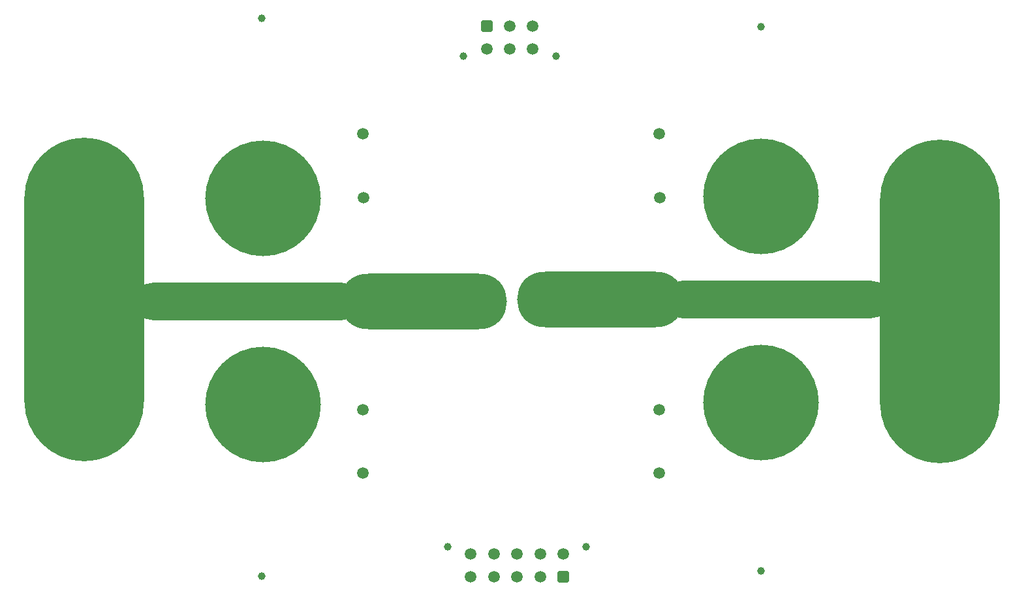
<source format=gbr>
%TF.GenerationSoftware,KiCad,Pcbnew,(6.0.7)*%
%TF.CreationDate,2023-01-09T20:26:50-06:00*%
%TF.ProjectId,Contactor PCB,436f6e74-6163-4746-9f72-205043422e6b,rev?*%
%TF.SameCoordinates,Original*%
%TF.FileFunction,Soldermask,Bot*%
%TF.FilePolarity,Negative*%
%FSLAX46Y46*%
G04 Gerber Fmt 4.6, Leading zero omitted, Abs format (unit mm)*
G04 Created by KiCad (PCBNEW (6.0.7)) date 2023-01-09 20:26:50*
%MOMM*%
%LPD*%
G01*
G04 APERTURE LIST*
G04 Aperture macros list*
%AMRoundRect*
0 Rectangle with rounded corners*
0 $1 Rounding radius*
0 $2 $3 $4 $5 $6 $7 $8 $9 X,Y pos of 4 corners*
0 Add a 4 corners polygon primitive as box body*
4,1,4,$2,$3,$4,$5,$6,$7,$8,$9,$2,$3,0*
0 Add four circle primitives for the rounded corners*
1,1,$1+$1,$2,$3*
1,1,$1+$1,$4,$5*
1,1,$1+$1,$6,$7*
1,1,$1+$1,$8,$9*
0 Add four rect primitives between the rounded corners*
20,1,$1+$1,$2,$3,$4,$5,0*
20,1,$1+$1,$4,$5,$6,$7,0*
20,1,$1+$1,$6,$7,$8,$9,0*
20,1,$1+$1,$8,$9,$2,$3,0*%
G04 Aperture macros list end*
%ADD10C,1.000000*%
%ADD11O,21.628100X7.200000*%
%ADD12O,15.514174X41.986200*%
%ADD13O,29.467172X4.841550*%
%ADD14C,15.000000*%
%ADD15C,1.518000*%
%ADD16RoundRect,0.250001X0.499999X0.499999X-0.499999X0.499999X-0.499999X-0.499999X0.499999X-0.499999X0*%
%ADD17C,1.500000*%
%ADD18RoundRect,0.250001X-0.499999X-0.499999X0.499999X-0.499999X0.499999X0.499999X-0.499999X0.499999X0*%
G04 APERTURE END LIST*
D10*
%TO.C,TP4*%
X147320000Y-120650000D03*
%TD*%
D11*
%TO.C,U2*%
X191336088Y-84790071D03*
D12*
X235338388Y-84990071D03*
D13*
X214136088Y-84790071D03*
D14*
X212138388Y-98190071D03*
X212138388Y-71390071D03*
%TD*%
D10*
%TO.C,TP8*%
X212090000Y-120015000D03*
%TD*%
D15*
%TO.C,F4*%
X198940000Y-107327500D03*
X160470000Y-107327500D03*
%TD*%
D10*
%TO.C,J1*%
X189467000Y-116847000D03*
X171467000Y-116847000D03*
D16*
X186467000Y-120787000D03*
D17*
X183467000Y-120787000D03*
X180467000Y-120787000D03*
X177467000Y-120787000D03*
X174467000Y-120787000D03*
X186467000Y-117787000D03*
X183467000Y-117787000D03*
X180467000Y-117787000D03*
X177467000Y-117787000D03*
X174467000Y-117787000D03*
%TD*%
D10*
%TO.C,TP5*%
X212090000Y-49400000D03*
%TD*%
D15*
%TO.C,F2*%
X160470000Y-99047500D03*
X198940000Y-99047500D03*
%TD*%
%TO.C,F3*%
X198940000Y-63295000D03*
X160470000Y-63295000D03*
%TD*%
D10*
%TO.C,J2*%
X173530000Y-53216000D03*
X185530000Y-53216000D03*
D18*
X176530000Y-49276000D03*
D17*
X179530000Y-49276000D03*
X182530000Y-49276000D03*
X176530000Y-52276000D03*
X179530000Y-52276000D03*
X182530000Y-52276000D03*
%TD*%
D10*
%TO.C,TP1*%
X147320000Y-48260000D03*
%TD*%
D15*
%TO.C,F1*%
X160570000Y-71525000D03*
X199040000Y-71525000D03*
%TD*%
D12*
%TO.C,U1*%
X124325613Y-84808929D03*
D13*
X145527913Y-85008929D03*
D11*
X168327913Y-85008929D03*
D14*
X147525613Y-71608929D03*
X147525613Y-98408929D03*
%TD*%
M02*

</source>
